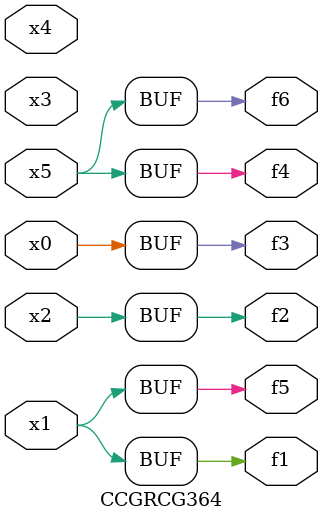
<source format=v>
module CCGRCG364(
	input x0, x1, x2, x3, x4, x5,
	output f1, f2, f3, f4, f5, f6
);
	assign f1 = x1;
	assign f2 = x2;
	assign f3 = x0;
	assign f4 = x5;
	assign f5 = x1;
	assign f6 = x5;
endmodule

</source>
